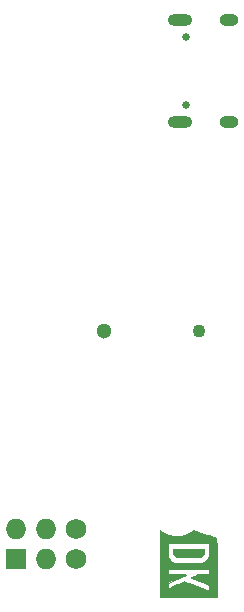
<source format=gbs>
%TF.GenerationSoftware,KiCad,Pcbnew,8.99.0-2433-g53022ab347*%
%TF.CreationDate,2024-10-12T16:59:44+02:00*%
%TF.ProjectId,dmm_sao,646d6d5f-7361-46f2-9e6b-696361645f70,1.0*%
%TF.SameCoordinates,PX4f27ac0PY3ef1480*%
%TF.FileFunction,Soldermask,Bot*%
%TF.FilePolarity,Negative*%
%FSLAX46Y46*%
G04 Gerber Fmt 4.6, Leading zero omitted, Abs format (unit mm)*
G04 Created by KiCad (PCBNEW 8.99.0-2433-g53022ab347) date 2024-10-12 16:59:44*
%MOMM*%
%LPD*%
G01*
G04 APERTURE LIST*
%ADD10C,0.010000*%
%ADD11C,1.300000*%
%ADD12C,1.100000*%
%ADD13O,1.727200X1.727200*%
%ADD14R,1.727200X1.727200*%
%ADD15C,1.727200*%
%ADD16C,0.650000*%
%ADD17O,2.100000X1.000000*%
%ADD18O,1.600000X1.000000*%
G04 APERTURE END LIST*
D10*
%TO.C,G\u002A\u002A\u002A*%
X30426445Y-54496446D02*
X30424852Y-54658721D01*
X30420222Y-54759828D01*
X30393512Y-54900942D01*
X30340258Y-55002775D01*
X30257112Y-55073608D01*
X30254977Y-55074850D01*
X30227184Y-55089624D01*
X30195907Y-55101576D01*
X30155259Y-55111009D01*
X30099359Y-55118217D01*
X30022322Y-55123499D01*
X29918262Y-55127155D01*
X29781295Y-55129478D01*
X29605538Y-55130769D01*
X29385104Y-55131325D01*
X29114111Y-55131445D01*
X28955468Y-55131393D01*
X28711652Y-55130933D01*
X28515194Y-55129779D01*
X28360259Y-55127668D01*
X28241012Y-55124336D01*
X28151622Y-55119522D01*
X28086255Y-55112961D01*
X28039074Y-55104395D01*
X28004250Y-55093555D01*
X27975945Y-55080181D01*
X27943550Y-55059748D01*
X27863751Y-54970422D01*
X27817013Y-54840630D01*
X27801777Y-54666684D01*
X27801777Y-54496444D01*
X30426445Y-54496446D01*
G36*
X30426445Y-54496446D02*
G01*
X30424852Y-54658721D01*
X30420222Y-54759828D01*
X30393512Y-54900942D01*
X30340258Y-55002775D01*
X30257112Y-55073608D01*
X30254977Y-55074850D01*
X30227184Y-55089624D01*
X30195907Y-55101576D01*
X30155259Y-55111009D01*
X30099359Y-55118217D01*
X30022322Y-55123499D01*
X29918262Y-55127155D01*
X29781295Y-55129478D01*
X29605538Y-55130769D01*
X29385104Y-55131325D01*
X29114111Y-55131445D01*
X28955468Y-55131393D01*
X28711652Y-55130933D01*
X28515194Y-55129779D01*
X28360259Y-55127668D01*
X28241012Y-55124336D01*
X28151622Y-55119522D01*
X28086255Y-55112961D01*
X28039074Y-55104395D01*
X28004250Y-55093555D01*
X27975945Y-55080181D01*
X27943550Y-55059748D01*
X27863751Y-54970422D01*
X27817013Y-54840630D01*
X27801777Y-54666684D01*
X27801777Y-54496444D01*
X30426445Y-54496446D01*
G37*
X30445023Y-53181642D02*
X30646345Y-53249378D01*
X30855177Y-53319818D01*
X31042576Y-53383214D01*
X31202124Y-53437385D01*
X31327405Y-53480156D01*
X31412002Y-53509344D01*
X31449500Y-53522770D01*
X31452586Y-53524277D01*
X31460766Y-53532140D01*
X31467922Y-53547932D01*
X31474128Y-53575124D01*
X31479447Y-53617175D01*
X31483950Y-53677556D01*
X31487702Y-53759728D01*
X31490772Y-53867157D01*
X31493227Y-54003309D01*
X31495134Y-54171649D01*
X31496564Y-54375642D01*
X31497582Y-54618752D01*
X31498255Y-54904448D01*
X31498651Y-55236192D01*
X31498840Y-55617449D01*
X31498889Y-56051686D01*
X31498890Y-58560446D01*
X26729334Y-58560445D01*
X26729334Y-56613111D01*
X27350222Y-56613111D01*
X28156221Y-56613111D01*
X28203318Y-56613153D01*
X28405212Y-56614295D01*
X28585151Y-56616853D01*
X28736242Y-56620614D01*
X28851582Y-56625377D01*
X28924274Y-56630926D01*
X28947422Y-56637055D01*
X28941072Y-56641837D01*
X28892380Y-56668219D01*
X28801375Y-56713507D01*
X28674416Y-56774667D01*
X28517864Y-56848646D01*
X28338078Y-56932402D01*
X28141424Y-57022889D01*
X27350222Y-57384780D01*
X27350223Y-57880282D01*
X28020500Y-57553944D01*
X28189893Y-57471748D01*
X28356924Y-57391287D01*
X28501930Y-57322050D01*
X28617737Y-57267438D01*
X28697188Y-57230851D01*
X28733111Y-57215690D01*
X28738852Y-57215881D01*
X28789313Y-57229352D01*
X28884568Y-57260675D01*
X29018757Y-57307736D01*
X29186022Y-57368421D01*
X29380510Y-57440610D01*
X29596357Y-57522190D01*
X29827709Y-57611045D01*
X30879972Y-58018311D01*
X30863889Y-57481201D01*
X30525222Y-57357400D01*
X30286709Y-57270200D01*
X30042899Y-57180916D01*
X29844170Y-57107747D01*
X29686183Y-57048898D01*
X29564599Y-57002569D01*
X29475076Y-56966958D01*
X29413276Y-56940267D01*
X29374858Y-56920696D01*
X29355488Y-56906445D01*
X29350824Y-56895719D01*
X29356521Y-56886715D01*
X29368249Y-56877632D01*
X29379525Y-56870026D01*
X29440486Y-56833836D01*
X29531441Y-56783400D01*
X29637266Y-56727175D01*
X29856508Y-56613111D01*
X30878002Y-56613111D01*
X30878000Y-56133334D01*
X27350222Y-56133334D01*
X27350222Y-56613111D01*
X26729334Y-56613111D01*
X26729334Y-54491416D01*
X27350222Y-54491416D01*
X27351296Y-54663733D01*
X27356896Y-54846700D01*
X27368914Y-54989617D01*
X27389163Y-55101725D01*
X27419447Y-55192267D01*
X27461579Y-55270492D01*
X27517364Y-55345642D01*
X27559748Y-55389476D01*
X27650586Y-55463518D01*
X27749411Y-55527505D01*
X27900556Y-55611222D01*
X30299445Y-55611222D01*
X30434075Y-55544344D01*
X30517712Y-55494571D01*
X30654875Y-55375634D01*
X30765817Y-55231717D01*
X30835797Y-55079868D01*
X30839346Y-55067262D01*
X30857008Y-54975034D01*
X30869004Y-54848479D01*
X30875834Y-54680276D01*
X30878000Y-54463100D01*
X30877999Y-53988445D01*
X27350223Y-53988445D01*
X27350222Y-54491416D01*
X26729334Y-54491416D01*
X26729334Y-52883380D01*
X26849278Y-52986186D01*
X26853983Y-52990200D01*
X27041688Y-53123581D01*
X27255219Y-53224483D01*
X27350222Y-53251645D01*
X27500724Y-53294676D01*
X27784341Y-53335930D01*
X28112222Y-53350016D01*
X28269312Y-53347980D01*
X28535894Y-53328610D01*
X28764879Y-53286330D01*
X28966665Y-53218079D01*
X29151653Y-53120799D01*
X29330245Y-52991421D01*
X29489935Y-52860673D01*
X30445023Y-53181642D01*
G36*
X30445023Y-53181642D02*
G01*
X30646345Y-53249378D01*
X30855177Y-53319818D01*
X31042576Y-53383214D01*
X31202124Y-53437385D01*
X31327405Y-53480156D01*
X31412002Y-53509344D01*
X31449500Y-53522770D01*
X31452586Y-53524277D01*
X31460766Y-53532140D01*
X31467922Y-53547932D01*
X31474128Y-53575124D01*
X31479447Y-53617175D01*
X31483950Y-53677556D01*
X31487702Y-53759728D01*
X31490772Y-53867157D01*
X31493227Y-54003309D01*
X31495134Y-54171649D01*
X31496564Y-54375642D01*
X31497582Y-54618752D01*
X31498255Y-54904448D01*
X31498651Y-55236192D01*
X31498840Y-55617449D01*
X31498889Y-56051686D01*
X31498890Y-58560446D01*
X26729334Y-58560445D01*
X26729334Y-56613111D01*
X27350222Y-56613111D01*
X28156221Y-56613111D01*
X28203318Y-56613153D01*
X28405212Y-56614295D01*
X28585151Y-56616853D01*
X28736242Y-56620614D01*
X28851582Y-56625377D01*
X28924274Y-56630926D01*
X28947422Y-56637055D01*
X28941072Y-56641837D01*
X28892380Y-56668219D01*
X28801375Y-56713507D01*
X28674416Y-56774667D01*
X28517864Y-56848646D01*
X28338078Y-56932402D01*
X28141424Y-57022889D01*
X27350222Y-57384780D01*
X27350223Y-57880282D01*
X28020500Y-57553944D01*
X28189893Y-57471748D01*
X28356924Y-57391287D01*
X28501930Y-57322050D01*
X28617737Y-57267438D01*
X28697188Y-57230851D01*
X28733111Y-57215690D01*
X28738852Y-57215881D01*
X28789313Y-57229352D01*
X28884568Y-57260675D01*
X29018757Y-57307736D01*
X29186022Y-57368421D01*
X29380510Y-57440610D01*
X29596357Y-57522190D01*
X29827709Y-57611045D01*
X30879972Y-58018311D01*
X30863889Y-57481201D01*
X30525222Y-57357400D01*
X30286709Y-57270200D01*
X30042899Y-57180916D01*
X29844170Y-57107747D01*
X29686183Y-57048898D01*
X29564599Y-57002569D01*
X29475076Y-56966958D01*
X29413276Y-56940267D01*
X29374858Y-56920696D01*
X29355488Y-56906445D01*
X29350824Y-56895719D01*
X29356521Y-56886715D01*
X29368249Y-56877632D01*
X29379525Y-56870026D01*
X29440486Y-56833836D01*
X29531441Y-56783400D01*
X29637266Y-56727175D01*
X29856508Y-56613111D01*
X30878002Y-56613111D01*
X30878000Y-56133334D01*
X27350222Y-56133334D01*
X27350222Y-56613111D01*
X26729334Y-56613111D01*
X26729334Y-54491416D01*
X27350222Y-54491416D01*
X27351296Y-54663733D01*
X27356896Y-54846700D01*
X27368914Y-54989617D01*
X27389163Y-55101725D01*
X27419447Y-55192267D01*
X27461579Y-55270492D01*
X27517364Y-55345642D01*
X27559748Y-55389476D01*
X27650586Y-55463518D01*
X27749411Y-55527505D01*
X27900556Y-55611222D01*
X30299445Y-55611222D01*
X30434075Y-55544344D01*
X30517712Y-55494571D01*
X30654875Y-55375634D01*
X30765817Y-55231717D01*
X30835797Y-55079868D01*
X30839346Y-55067262D01*
X30857008Y-54975034D01*
X30869004Y-54848479D01*
X30875834Y-54680276D01*
X30878000Y-54463100D01*
X30877999Y-53988445D01*
X27350223Y-53988445D01*
X27350222Y-54491416D01*
X26729334Y-54491416D01*
X26729334Y-52883380D01*
X26849278Y-52986186D01*
X26853983Y-52990200D01*
X27041688Y-53123581D01*
X27255219Y-53224483D01*
X27350222Y-53251645D01*
X27500724Y-53294676D01*
X27784341Y-53335930D01*
X28112222Y-53350016D01*
X28269312Y-53347980D01*
X28535894Y-53328610D01*
X28764879Y-53286330D01*
X28966665Y-53218079D01*
X29151653Y-53120799D01*
X29330245Y-52991421D01*
X29489935Y-52860673D01*
X30445023Y-53181642D01*
G37*
%TD*%
D11*
%TO.C,SW2*%
X22000000Y-36000000D03*
D12*
X30000000Y-36000000D03*
%TD*%
D13*
%TO.C,X1*%
X14520000Y-52750000D03*
D14*
X14520000Y-55290000D03*
D13*
X17060000Y-52750000D03*
X17060000Y-55290000D03*
D15*
X19600000Y-52750000D03*
X19600000Y-55290000D03*
%TD*%
D16*
%TO.C,J3*%
X28895000Y-16890000D03*
X28895001Y-11110000D03*
D17*
X28395000Y-18320002D03*
D18*
X32575000Y-18320001D03*
D17*
X28394998Y-9680000D03*
D18*
X32575000Y-9680000D03*
%TD*%
M02*

</source>
